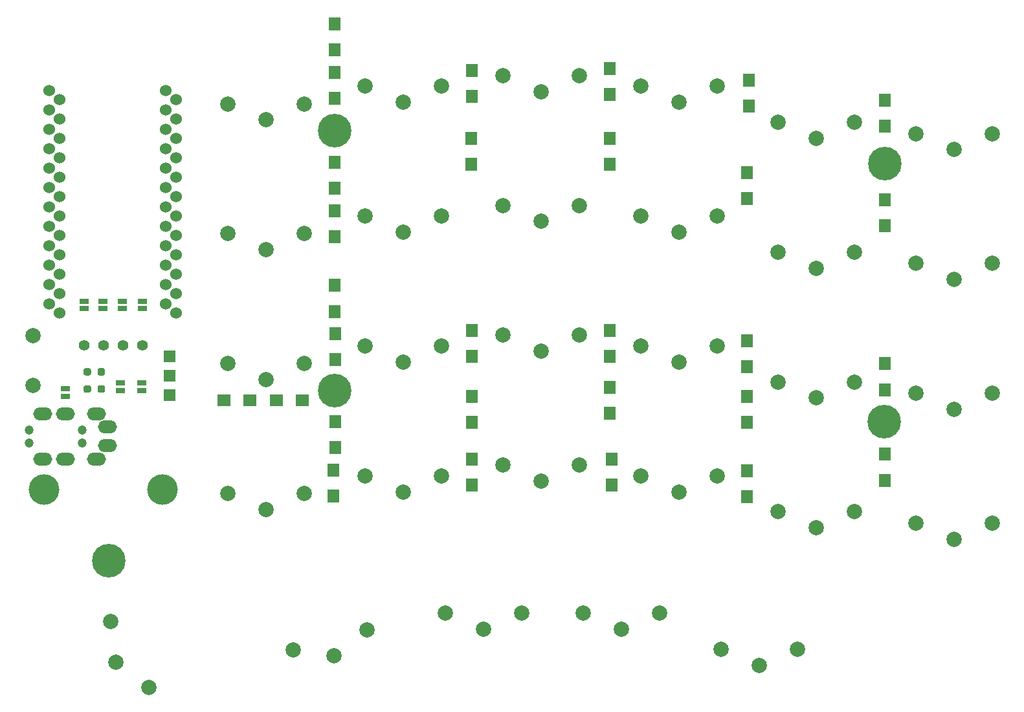
<source format=gts>
G04 #@! TF.GenerationSoftware,KiCad,Pcbnew,5.1.9*
G04 #@! TF.CreationDate,2021-04-10T12:49:15-07:00*
G04 #@! TF.ProjectId,SofleKeyboard,536f666c-654b-4657-9962-6f6172642e6b,rev?*
G04 #@! TF.SameCoordinates,Original*
G04 #@! TF.FileFunction,Soldermask,Top*
G04 #@! TF.FilePolarity,Negative*
%FSLAX46Y46*%
G04 Gerber Fmt 4.6, Leading zero omitted, Abs format (unit mm)*
G04 Created by KiCad (PCBNEW 5.1.9) date 2021-04-10 12:49:15*
%MOMM*%
%LPD*%
G01*
G04 APERTURE LIST*
%ADD10R,1.143000X0.635000*%
%ADD11C,4.000000*%
%ADD12C,1.524000*%
%ADD13C,2.000000*%
%ADD14C,1.397000*%
%ADD15R,1.524000X1.524000*%
%ADD16O,2.500000X1.700000*%
%ADD17C,1.200000*%
%ADD18C,0.700000*%
%ADD19C,4.400000*%
%ADD20R,1.500000X1.800000*%
%ADD21R,1.800000X1.500000*%
G04 APERTURE END LIST*
D10*
X103746996Y-93725873D03*
X103746996Y-92725113D03*
X106496996Y-92725113D03*
X106496996Y-93725873D03*
X96500000Y-93500000D03*
X96500000Y-94500760D03*
D11*
X93756996Y-106698013D03*
X109256996Y-106698013D03*
G36*
G01*
X98896268Y-93747478D02*
X98896268Y-93272478D01*
G75*
G02*
X99133768Y-93034978I237500J0D01*
G01*
X99633768Y-93034978D01*
G75*
G02*
X99871268Y-93272478I0J-237500D01*
G01*
X99871268Y-93747478D01*
G75*
G02*
X99633768Y-93984978I-237500J0D01*
G01*
X99133768Y-93984978D01*
G75*
G02*
X98896268Y-93747478I0J237500D01*
G01*
G37*
G36*
G01*
X100721268Y-93747478D02*
X100721268Y-93272478D01*
G75*
G02*
X100958768Y-93034978I237500J0D01*
G01*
X101458768Y-93034978D01*
G75*
G02*
X101696268Y-93272478I0J-237500D01*
G01*
X101696268Y-93747478D01*
G75*
G02*
X101458768Y-93984978I-237500J0D01*
G01*
X100958768Y-93984978D01*
G75*
G02*
X100721268Y-93747478I0J237500D01*
G01*
G37*
D12*
X109676996Y-54428013D03*
X109676996Y-56968013D03*
X109676996Y-59508013D03*
X109676996Y-62048013D03*
X109676996Y-64588013D03*
X109676996Y-67128013D03*
X109676996Y-69668013D03*
X109676996Y-72208013D03*
X109676996Y-74748013D03*
X109676996Y-77288013D03*
X109676996Y-79828013D03*
X109676996Y-82368013D03*
X94436996Y-82368013D03*
X94436996Y-79828013D03*
X94436996Y-77288013D03*
X94436996Y-74748013D03*
X94436996Y-72208013D03*
X94436996Y-69668013D03*
X94436996Y-67128013D03*
X94436996Y-64588013D03*
X94436996Y-62048013D03*
X94436996Y-59508013D03*
X94436996Y-56968013D03*
X94436996Y-54428013D03*
X110975811Y-65783758D03*
X110975811Y-70863758D03*
X95735811Y-55623758D03*
X110975811Y-58163758D03*
X110975811Y-81023758D03*
X95735811Y-83563758D03*
X110975811Y-73403758D03*
X110975811Y-75943758D03*
X95735811Y-73403758D03*
X95735811Y-78483758D03*
X95735811Y-65783758D03*
X95735811Y-63243758D03*
X95735811Y-58163758D03*
X95735811Y-68323758D03*
X110975811Y-83563758D03*
X95735811Y-75943758D03*
X110975811Y-55623758D03*
X110975811Y-60703758D03*
X95735811Y-81023758D03*
X110975811Y-63243758D03*
X110975811Y-68323758D03*
X95735811Y-70863758D03*
X110975811Y-78483758D03*
X95735811Y-60703758D03*
D13*
X92256996Y-86500000D03*
X92256996Y-93000000D03*
D10*
X101456996Y-82998393D03*
X101456996Y-81997633D03*
D14*
X98956996Y-87798013D03*
X101496996Y-87798013D03*
X104036996Y-87798013D03*
X106576996Y-87798013D03*
D15*
X110156996Y-89198013D03*
X110156996Y-91798013D03*
X110156996Y-94298013D03*
D10*
X98956996Y-82998393D03*
X98956996Y-81997633D03*
X106556996Y-82998393D03*
X106556996Y-81997633D03*
X103956996Y-82998393D03*
X103956996Y-81997633D03*
D16*
X102056996Y-100948013D03*
X100556996Y-96748013D03*
X96556996Y-96748013D03*
X93556996Y-96748013D03*
D17*
X98756996Y-98848013D03*
X91756996Y-98848013D03*
D16*
X96556996Y-102698013D03*
X93556996Y-102698013D03*
X102056996Y-98498013D03*
X100556996Y-102698013D03*
D17*
X91756996Y-100598013D03*
X98756996Y-100598013D03*
G36*
G01*
X98896268Y-91497478D02*
X98896268Y-91022478D01*
G75*
G02*
X99133768Y-90784978I237500J0D01*
G01*
X99633768Y-90784978D01*
G75*
G02*
X99871268Y-91022478I0J-237500D01*
G01*
X99871268Y-91497478D01*
G75*
G02*
X99633768Y-91734978I-237500J0D01*
G01*
X99133768Y-91734978D01*
G75*
G02*
X98896268Y-91497478I0J237500D01*
G01*
G37*
G36*
G01*
X100721268Y-91497478D02*
X100721268Y-91022478D01*
G75*
G02*
X100958768Y-90784978I237500J0D01*
G01*
X101458768Y-90784978D01*
G75*
G02*
X101696268Y-91022478I0J-237500D01*
G01*
X101696268Y-91497478D01*
G75*
G02*
X101458768Y-91734978I-237500J0D01*
G01*
X100958768Y-91734978D01*
G75*
G02*
X100721268Y-91497478I0J237500D01*
G01*
G37*
D13*
X127747000Y-56178100D03*
X122747000Y-58278100D03*
X117747000Y-56178100D03*
D18*
X204823722Y-96581287D03*
X203656996Y-96098013D03*
X202490270Y-96581287D03*
X202006996Y-97748013D03*
X202490270Y-98914739D03*
X203656996Y-99398013D03*
X204823722Y-98914739D03*
X205306996Y-97748013D03*
D19*
X203656996Y-97748013D03*
D18*
X204913722Y-62858386D03*
X203746996Y-62375112D03*
X202580270Y-62858386D03*
X202096996Y-64025112D03*
X202580270Y-65191838D03*
X203746996Y-65675112D03*
X204913722Y-65191838D03*
X205396996Y-64025112D03*
D19*
X203746996Y-64025112D03*
D13*
X127747000Y-90178100D03*
X122747000Y-92278100D03*
X117747000Y-90178100D03*
X163747000Y-103478100D03*
X158747000Y-105578100D03*
X153747000Y-103478100D03*
X217747000Y-77078100D03*
X212747000Y-79178100D03*
X207747000Y-77078100D03*
X199747000Y-109578100D03*
X194747000Y-111678100D03*
X189747000Y-109578100D03*
X181747000Y-53878100D03*
X176747000Y-55978100D03*
X171747000Y-53878100D03*
X199747000Y-92578100D03*
X194747000Y-94678100D03*
X189747000Y-92578100D03*
D18*
X101040266Y-114785996D03*
X100556992Y-115952722D03*
X101040266Y-117119448D03*
X102206992Y-117602722D03*
X103373718Y-117119448D03*
X103856992Y-115952722D03*
X103373718Y-114785996D03*
X102206992Y-114302722D03*
D19*
X102206992Y-115952722D03*
D13*
X145747000Y-87878100D03*
X140747000Y-89978100D03*
X135747000Y-87878100D03*
X181747000Y-70878100D03*
X176747000Y-72978100D03*
X171747000Y-70878100D03*
X145747000Y-70878100D03*
X140747000Y-72978100D03*
X135747000Y-70878100D03*
X181747000Y-104878100D03*
X176747000Y-106978100D03*
X171747000Y-104878100D03*
X217747000Y-94078100D03*
X212747000Y-96178100D03*
X207747000Y-94078100D03*
X163747000Y-86478100D03*
X158747000Y-88578100D03*
X153747000Y-86478100D03*
X163747000Y-69478100D03*
X158747000Y-71578100D03*
X153747000Y-69478100D03*
X199747000Y-75578100D03*
X194747000Y-77678100D03*
X189747000Y-75578100D03*
X145747000Y-53878100D03*
X140747000Y-55978100D03*
X135747000Y-53878100D03*
X107416099Y-132578140D03*
X103097446Y-129298013D03*
X102416099Y-123917886D03*
X192247000Y-127578100D03*
X187247000Y-129678100D03*
X182247000Y-127578100D03*
X217747000Y-60078100D03*
X212747000Y-62178100D03*
X207747000Y-60078100D03*
X217747000Y-111078100D03*
X212747000Y-113178100D03*
X207747000Y-111078100D03*
X181747000Y-87878100D03*
X176747000Y-89978100D03*
X171747000Y-87878100D03*
X145747000Y-104878100D03*
X140747000Y-106978100D03*
X135747000Y-104878100D03*
D18*
X132913722Y-92558387D03*
X131746996Y-92075113D03*
X130580270Y-92558387D03*
X130096996Y-93725113D03*
X130580270Y-94891839D03*
X131746996Y-95375113D03*
X132913722Y-94891839D03*
X133396996Y-93725113D03*
D19*
X131746996Y-93725113D03*
D13*
X127747000Y-107178100D03*
X122747000Y-109278100D03*
X117747000Y-107178100D03*
X199747000Y-58578100D03*
X194747000Y-60678100D03*
X189747000Y-58578100D03*
X135940142Y-125074423D03*
X131654032Y-128396962D03*
X126280883Y-127662613D03*
X156247000Y-122878100D03*
X151247000Y-124978100D03*
X146247000Y-122878100D03*
X174247000Y-122878100D03*
X169247000Y-124978100D03*
X164247000Y-122878100D03*
X127747000Y-73178100D03*
X122747000Y-75278100D03*
X117747000Y-73178100D03*
X163747000Y-52478100D03*
X158747000Y-54578100D03*
X153747000Y-52478100D03*
D18*
X132913722Y-58558387D03*
X131746996Y-58075113D03*
X130580270Y-58558387D03*
X130096996Y-59725113D03*
X130580270Y-60891839D03*
X131746996Y-61375113D03*
X132913722Y-60891839D03*
X133396996Y-59725113D03*
D19*
X131746996Y-59725113D03*
D20*
X167956992Y-102702722D03*
X167956992Y-106102722D03*
X149706992Y-102702722D03*
X149706992Y-106102722D03*
X131606992Y-104152722D03*
X131606992Y-107552722D03*
D21*
X117250000Y-95000000D03*
X120650000Y-95000000D03*
D20*
X203706992Y-105452722D03*
X203706992Y-102052722D03*
X185706992Y-97902722D03*
X185706992Y-94502722D03*
X167706992Y-96702722D03*
X167706992Y-93302722D03*
X149706992Y-97902722D03*
X149706992Y-94502722D03*
X131806992Y-101152722D03*
X131806992Y-97752722D03*
D21*
X127500000Y-95000000D03*
X124100000Y-95000000D03*
D20*
X203706992Y-90202722D03*
X203706992Y-93602722D03*
X185706992Y-87202722D03*
X185706992Y-90602722D03*
X167706992Y-85802722D03*
X167706992Y-89202722D03*
X149706992Y-85802722D03*
X149706992Y-89202722D03*
X131706992Y-79952722D03*
X131706992Y-83352722D03*
X131806992Y-86252722D03*
X131806992Y-89652722D03*
X203706992Y-72102722D03*
X203706992Y-68702722D03*
X185706992Y-68602722D03*
X185706992Y-65202722D03*
X167706992Y-64102722D03*
X167706992Y-60702722D03*
X149600000Y-64102722D03*
X149600000Y-60702722D03*
X131706992Y-73602722D03*
X131706992Y-70202722D03*
X131706992Y-67202722D03*
X131706992Y-63802722D03*
X203731992Y-55702722D03*
X203731992Y-59102722D03*
X185956992Y-53052722D03*
X185956992Y-56452722D03*
X167706992Y-51552722D03*
X167706992Y-54952722D03*
X149706992Y-51802722D03*
X149706992Y-55202722D03*
X131706992Y-52052722D03*
X131706992Y-55452722D03*
X131706992Y-45702722D03*
X131706992Y-49102722D03*
X185706992Y-104202722D03*
X185706992Y-107602722D03*
M02*

</source>
